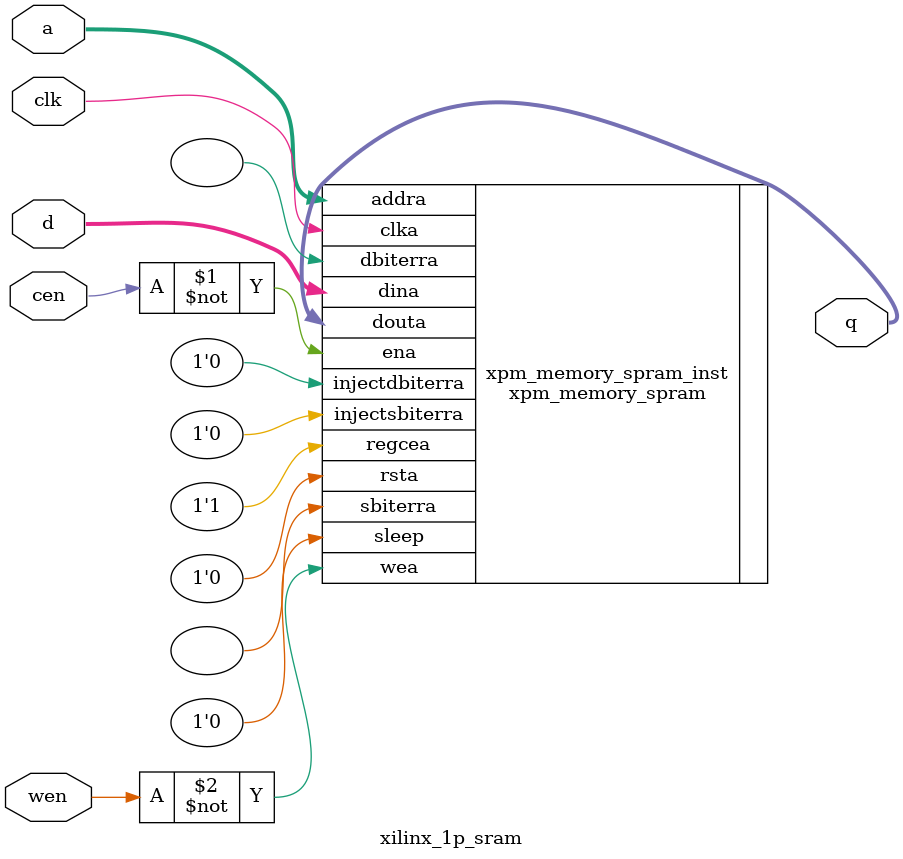
<source format=v>

module xilinx_1p_sram #
	(
	parameter  WWORD = 32,
	parameter  WADDR =  5,
	parameter  DEPTH = 24
	)
	(
	input						clk,
	output reg		[WWORD-1:0]	q,
	input			[WADDR-1:0]	a,
	input						cen,

	input			[WWORD-1:0]	d,
	input						wen
	);

	xpm_memory_spram # (

	  // Common module parameters
	  .MEMORY_SIZE        (WWORD*DEPTH),           //positive integer
	  .MEMORY_PRIMITIVE   ("auto"),         //string; "auto", "distributed", "block" or "ultra";
	  .MEMORY_INIT_FILE   ("none"),         //string; "none" or "<filename>.mem" 
	  .MEMORY_INIT_PARAM  (""    ),         //string;
	  .USE_MEM_INIT       (1),              //integer; 0,1
	  .WAKEUP_TIME        ("disable_sleep"),//string; "disable_sleep" or "use_sleep_pin" 
	  .MESSAGE_CONTROL    (0),              //integer; 0,1

	  // Port A module parameters
	  .WRITE_DATA_WIDTH_A (WWORD),             //positive integer
	  .READ_DATA_WIDTH_A  (WWORD),             //positive integer
	  .BYTE_WRITE_WIDTH_A (WWORD),             //integer; 8, 9, or WRITE_DATA_WIDTH_A value
	  .ADDR_WIDTH_A       (WADDR),              //positive integer
	  .READ_RESET_VALUE_A ("0"),            //string
	  .ECC_MODE           ("no_ecc"),       //string; "no_ecc", "encode_only", "decode_only" or "both_encode_and_decode" 
	  .AUTO_SLEEP_TIME    (0),              //Do not Change
	  .READ_LATENCY_A     (1),              //non-negative integer
	  .WRITE_MODE_A       ("read_first")    //string; "write_first", "read_first", "no_change" 

	) xpm_memory_spram_inst (

	  // Common module ports
	  .sleep          (1'b0),

	  // Port A module ports
	  .clka           (clk),
	  .rsta           (1'b0),
	  .ena            (~cen),
	  .regcea         (1'B1),
	  .wea            (~wen),
	  .addra          (a),
	  .dina           (d),
	  .injectsbiterra (1'b0),
	  .injectdbiterra (1'b0),
	  .douta          (q),
	  .sbiterra       (),
	  .dbiterra       ()

	);
	
	
endmodule


</source>
